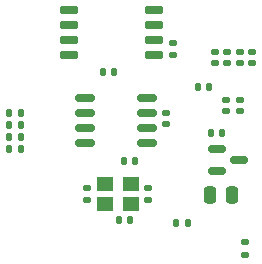
<source format=gbr>
%TF.GenerationSoftware,KiCad,Pcbnew,7.0.7*%
%TF.CreationDate,2024-03-07T17:34:25-08:00*%
%TF.ProjectId,magn_angle_sensor_v2,6d61676e-5f61-46e6-976c-655f73656e73,rev?*%
%TF.SameCoordinates,Original*%
%TF.FileFunction,Paste,Bot*%
%TF.FilePolarity,Positive*%
%FSLAX46Y46*%
G04 Gerber Fmt 4.6, Leading zero omitted, Abs format (unit mm)*
G04 Created by KiCad (PCBNEW 7.0.7) date 2024-03-07 17:34:25*
%MOMM*%
%LPD*%
G01*
G04 APERTURE LIST*
G04 Aperture macros list*
%AMRoundRect*
0 Rectangle with rounded corners*
0 $1 Rounding radius*
0 $2 $3 $4 $5 $6 $7 $8 $9 X,Y pos of 4 corners*
0 Add a 4 corners polygon primitive as box body*
4,1,4,$2,$3,$4,$5,$6,$7,$8,$9,$2,$3,0*
0 Add four circle primitives for the rounded corners*
1,1,$1+$1,$2,$3*
1,1,$1+$1,$4,$5*
1,1,$1+$1,$6,$7*
1,1,$1+$1,$8,$9*
0 Add four rect primitives between the rounded corners*
20,1,$1+$1,$2,$3,$4,$5,0*
20,1,$1+$1,$4,$5,$6,$7,0*
20,1,$1+$1,$6,$7,$8,$9,0*
20,1,$1+$1,$8,$9,$2,$3,0*%
G04 Aperture macros list end*
%ADD10RoundRect,0.140000X0.170000X-0.140000X0.170000X0.140000X-0.170000X0.140000X-0.170000X-0.140000X0*%
%ADD11RoundRect,0.140000X-0.140000X-0.170000X0.140000X-0.170000X0.140000X0.170000X-0.140000X0.170000X0*%
%ADD12RoundRect,0.135000X0.135000X0.185000X-0.135000X0.185000X-0.135000X-0.185000X0.135000X-0.185000X0*%
%ADD13RoundRect,0.135000X-0.135000X-0.185000X0.135000X-0.185000X0.135000X0.185000X-0.135000X0.185000X0*%
%ADD14RoundRect,0.250000X0.250000X0.475000X-0.250000X0.475000X-0.250000X-0.475000X0.250000X-0.475000X0*%
%ADD15RoundRect,0.135000X0.185000X-0.135000X0.185000X0.135000X-0.185000X0.135000X-0.185000X-0.135000X0*%
%ADD16RoundRect,0.140000X-0.170000X0.140000X-0.170000X-0.140000X0.170000X-0.140000X0.170000X0.140000X0*%
%ADD17RoundRect,0.150000X-0.650000X-0.150000X0.650000X-0.150000X0.650000X0.150000X-0.650000X0.150000X0*%
%ADD18RoundRect,0.150000X0.675000X0.150000X-0.675000X0.150000X-0.675000X-0.150000X0.675000X-0.150000X0*%
%ADD19RoundRect,0.140000X0.140000X0.170000X-0.140000X0.170000X-0.140000X-0.170000X0.140000X-0.170000X0*%
%ADD20R,1.400000X1.200000*%
%ADD21RoundRect,0.150000X-0.587500X-0.150000X0.587500X-0.150000X0.587500X0.150000X-0.587500X0.150000X0*%
G04 APERTURE END LIST*
D10*
%TO.C,C20*%
X30050000Y-39230000D03*
X30050000Y-38270000D03*
%TD*%
D11*
%TO.C,C21*%
X32770000Y-40950000D03*
X33730000Y-40950000D03*
%TD*%
%TO.C,C2*%
X31420000Y-28400000D03*
X32380000Y-28400000D03*
%TD*%
D12*
%TO.C,R10*%
X24510000Y-34900000D03*
X23490000Y-34900000D03*
%TD*%
D13*
%TO.C,R5*%
X23490000Y-32900000D03*
X24510000Y-32900000D03*
%TD*%
D11*
%TO.C,C24*%
X40520000Y-33600000D03*
X41480000Y-33600000D03*
%TD*%
D14*
%TO.C,C10*%
X42350000Y-38850000D03*
X40450000Y-38850000D03*
%TD*%
D15*
%TO.C,R7*%
X35250000Y-39260000D03*
X35250000Y-38240000D03*
%TD*%
D16*
%TO.C,C3*%
X44050000Y-26720000D03*
X44050000Y-27680000D03*
%TD*%
D15*
%TO.C,R9*%
X43400000Y-43860000D03*
X43400000Y-42840000D03*
%TD*%
D17*
%TO.C,U3*%
X28550000Y-26955000D03*
X28550000Y-25685000D03*
X28550000Y-24415000D03*
X28550000Y-23145000D03*
X35750000Y-23145000D03*
X35750000Y-24415000D03*
X35750000Y-25685000D03*
X35750000Y-26955000D03*
%TD*%
D18*
%TO.C,U4*%
X35125000Y-30595000D03*
X35125000Y-31865000D03*
X35125000Y-33135000D03*
X35125000Y-34405000D03*
X29875000Y-34405000D03*
X29875000Y-33135000D03*
X29875000Y-31865000D03*
X29875000Y-30595000D03*
%TD*%
D11*
%TO.C,C23*%
X37620000Y-41200000D03*
X38580000Y-41200000D03*
%TD*%
D16*
%TO.C,C4*%
X41950000Y-26720000D03*
X41950000Y-27680000D03*
%TD*%
D19*
%TO.C,C1*%
X34130000Y-35950000D03*
X33170000Y-35950000D03*
%TD*%
D12*
%TO.C,R11*%
X24510000Y-31900000D03*
X23490000Y-31900000D03*
%TD*%
D20*
%TO.C,Y1*%
X33750000Y-39600000D03*
X31550000Y-39600000D03*
X31550000Y-37900000D03*
X33750000Y-37900000D03*
%TD*%
D10*
%TO.C,C14*%
X37300000Y-26930000D03*
X37300000Y-25970000D03*
%TD*%
D21*
%TO.C,CR1*%
X41062500Y-36800000D03*
X41062500Y-34900000D03*
X42937500Y-35850000D03*
%TD*%
D16*
%TO.C,C5*%
X43000000Y-26720000D03*
X43000000Y-27680000D03*
%TD*%
D11*
%TO.C,C13*%
X39420000Y-29650000D03*
X40380000Y-29650000D03*
%TD*%
D16*
%TO.C,C12*%
X41850000Y-30770000D03*
X41850000Y-31730000D03*
%TD*%
%TO.C,C11*%
X43050000Y-30770000D03*
X43050000Y-31730000D03*
%TD*%
%TO.C,C6*%
X40900000Y-27680000D03*
X40900000Y-26720000D03*
%TD*%
D12*
%TO.C,R4*%
X24510000Y-33900000D03*
X23490000Y-33900000D03*
%TD*%
D16*
%TO.C,C17*%
X36750000Y-31870000D03*
X36750000Y-32830000D03*
%TD*%
M02*

</source>
